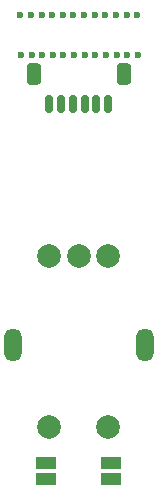
<source format=gbr>
%TF.GenerationSoftware,KiCad,Pcbnew,(6.0.5)*%
%TF.CreationDate,2022-08-05T18:45:46+09:00*%
%TF.ProjectId,ergotonic_f24_exre,6572676f-746f-46e6-9963-5f6632345f65,rev?*%
%TF.SameCoordinates,Original*%
%TF.FileFunction,Soldermask,Top*%
%TF.FilePolarity,Negative*%
%FSLAX46Y46*%
G04 Gerber Fmt 4.6, Leading zero omitted, Abs format (unit mm)*
G04 Created by KiCad (PCBNEW (6.0.5)) date 2022-08-05 18:45:46*
%MOMM*%
%LPD*%
G01*
G04 APERTURE LIST*
G04 Aperture macros list*
%AMRoundRect*
0 Rectangle with rounded corners*
0 $1 Rounding radius*
0 $2 $3 $4 $5 $6 $7 $8 $9 X,Y pos of 4 corners*
0 Add a 4 corners polygon primitive as box body*
4,1,4,$2,$3,$4,$5,$6,$7,$8,$9,$2,$3,0*
0 Add four circle primitives for the rounded corners*
1,1,$1+$1,$2,$3*
1,1,$1+$1,$4,$5*
1,1,$1+$1,$6,$7*
1,1,$1+$1,$8,$9*
0 Add four rect primitives between the rounded corners*
20,1,$1+$1,$2,$3,$4,$5,0*
20,1,$1+$1,$4,$5,$6,$7,0*
20,1,$1+$1,$6,$7,$8,$9,0*
20,1,$1+$1,$8,$9,$2,$3,0*%
G04 Aperture macros list end*
%ADD10C,0.600000*%
%ADD11C,2.000000*%
%ADD12O,1.500000X2.800000*%
%ADD13R,1.700000X1.000000*%
%ADD14RoundRect,0.150000X-0.150000X-0.625000X0.150000X-0.625000X0.150000X0.625000X-0.150000X0.625000X0*%
%ADD15RoundRect,0.249600X-0.350400X-0.650400X0.350400X-0.650400X0.350400X0.650400X-0.350400X0.650400X0*%
G04 APERTURE END LIST*
D10*
%TO.C,REF\u002A\u002A*%
X500000Y-71450000D03*
X2300000Y-71450000D03*
X5000000Y-71450000D03*
X-4900000Y-71450000D03*
X4100000Y-71450000D03*
X-3100000Y-71450000D03*
X3200000Y-71450000D03*
X-2200000Y-71450000D03*
X-1300000Y-71450000D03*
X-400000Y-71450000D03*
X1400000Y-71450000D03*
X-4000000Y-71450000D03*
%TD*%
%TO.C,REF\u002A\u002A*%
X450000Y-68100000D03*
X2250000Y-68100000D03*
X4950000Y-68100000D03*
X-4950000Y-68100000D03*
X4050000Y-68100000D03*
X-3150000Y-68100000D03*
X3150000Y-68100000D03*
X-2250000Y-68100000D03*
X-1350000Y-68100000D03*
X-450000Y-68100000D03*
X1350000Y-68100000D03*
X-4050000Y-68100000D03*
%TD*%
D11*
%TO.C,REX1*%
X2500000Y-88500000D03*
X-2500000Y-88500000D03*
X0Y-88500000D03*
D12*
X5600000Y-96000000D03*
X-5600000Y-96000000D03*
D11*
X-2500000Y-103000000D03*
X2500000Y-103000000D03*
%TD*%
D13*
%TO.C,LED_X1*%
X2750000Y-106000000D03*
X2750000Y-107400000D03*
X-2750000Y-107400000D03*
X-2750000Y-106000000D03*
%TD*%
D14*
%TO.C,JX1*%
X-2500000Y-75625000D03*
X-1500000Y-75625000D03*
X-500000Y-75625000D03*
X500000Y-75625000D03*
X1500000Y-75625000D03*
X2500000Y-75625000D03*
D15*
X-3800000Y-73100000D03*
X3800000Y-73100000D03*
%TD*%
M02*

</source>
